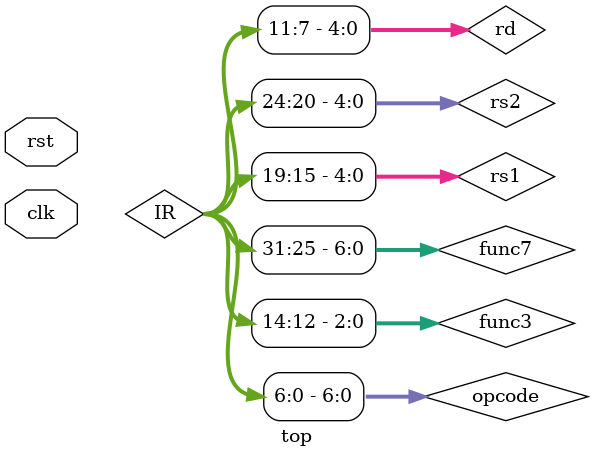
<source format=sv>

`define MULTICYCLE

`include "mux_2_1.sv"
`include "mux_4_1.sv"
`include "adder.sv"
`include "register.sv"
`include "reg_file.sv"
`include "alu.sv"
`include "data_mem.sv"
`include "inst_mem.sv"
`include "imm_gen.sv"
`include "control_multicycle.sv"

module top #(parameter WIDTH=32, parameter DEPTH=5) (
  input logic clk,
  input logic rst
);

  // Señales internas
  logic [WIDTH-1:0] PC, IR, A, B, ALUOut, MDR, Imm, ALUResult;
  logic [WIDTH-1:0] inst_mem_data, data_mem_data;
  logic [4:0] rs1, rs2, rd;
  logic [6:0] opcode;
  logic [2:0] func3;
  logic [6:0] func7;

  // Señales de control
  logic pc_write, ir_write, reg_write, mem_read, mem_write;
  logic alu_src_a, alu_src_b, mem_to_reg;
  logic aluout_write, mdr_write;
  logic [1:0] alu_op;

  // INSTRUCTION FETCH
  inst_mem #(WIDTH, 16) imem (
    .rst(rst),
    .addr(PC[15:0]),
    .rd(1'b1),
    .data_out(inst_mem_data)
  );

  register #(WIDTH) pc_reg (
    .clk(clk), .rst(rst), .data_in(ALUResult), .wr(pc_write), .data_out(PC)
  );

  register #(WIDTH) ir_reg (
    .clk(clk), .rst(rst), .data_in(inst_mem_data), .wr(ir_write), .data_out(IR)
  );

  // INSTRUCTION DECODE
  assign rs1 = IR[19:15];
  assign rs2 = IR[24:20];
  assign rd  = IR[11:7];
  assign opcode = IR[6:0];
  assign func3  = IR[14:12];
  assign func7  = IR[31:25];

  reg_file #(WIDTH, DEPTH) rf (
    .clk(clk), .rst(rst),
    .write_data(mem_to_reg ? MDR : ALUOut),
    .write_register(rd), .wr(reg_write),
    .read_register_1(rs1), .read_register_2(rs2),
    .rd(1'b1), .read_data_1(A), .read_data_2(B)
  );

  imm_gen #(WIDTH) imm_gen_inst (
    .instr(IR),
    .data_out(Imm)
  );

  // INSTRUCTION EXECUTION
  logic [WIDTH-1:0] alu_in_a, alu_in_b;

  mux_2_1 #(WIDTH) mux_alu_a (
    .A(PC), .B(A), .sel(alu_src_a), .out(alu_in_a)
  );

  mux_2_1 #(WIDTH) mux_alu_b (
    .A(B), .B(Imm), .sel(alu_src_b), .out(alu_in_b)
  );

  alu #(WIDTH) alu_unit (
    .data_in_1(alu_in_a), .data_in_2(alu_in_b),
    .func3(func3), .func7(func7), .opcode(opcode),
    .data_out(ALUResult), .zero(), .comparison()
  );

  register #(WIDTH) aluout_reg (
    .clk(clk), .rst(rst), .data_in(ALUResult), .wr(aluout_write), .data_out(ALUOut)
  );

  // MEMORY ACCESS
  data_mem #(WIDTH, 16) dmem (
    .clk(clk), .rst(rst),
    .data_in(B), .addr(ALUOut[15:0]),
    .wr(mem_write), .rd(mem_read),
    .one_byte(1'b0), .two_bytes(1'b0), .four_bytes(1'b1),
    .data_out(data_mem_data)
  );

  register #(WIDTH) mdr_reg (
    .clk(clk), .rst(rst), .data_in(data_mem_data), .wr(mdr_write), .data_out(MDR)
  );

  // CONTROL UNIT WRITE BACK
  control_multicycle control (
    .clk(clk), .rst(rst), .opcode(opcode),
    .pc_write(pc_write), .ir_write(ir_write), .reg_write(reg_write),
    .mem_read(mem_read), .mem_write(mem_write),
    .alu_src_a(alu_src_a), .alu_src_b(alu_src_b),
    .mem_to_reg(mem_to_reg),
    .aluout_write(aluout_write), .mdr_write(mdr_write),
    .alu_op(alu_op)
  );

endmodule

</source>
